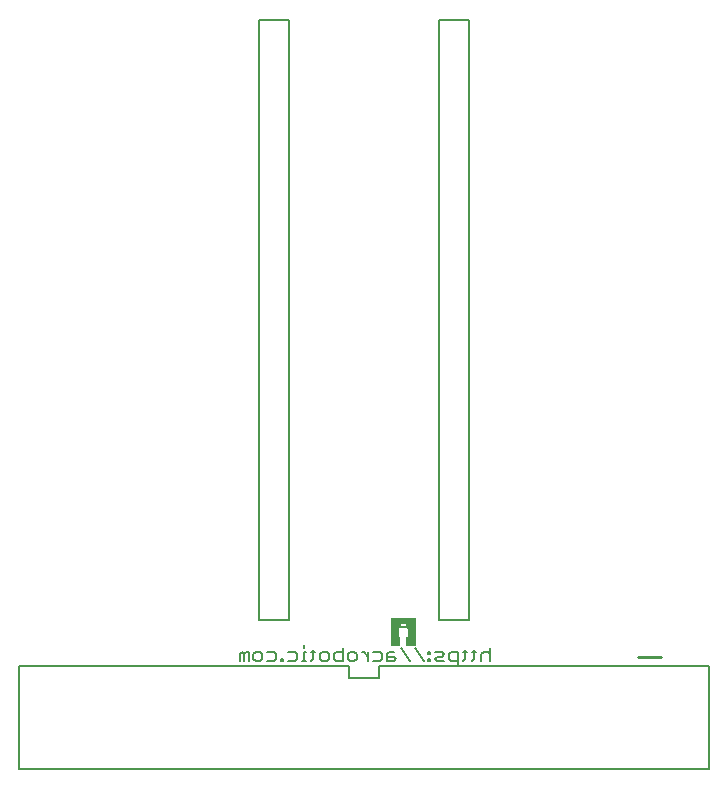
<source format=gbo>
G75*
%MOIN*%
%OFA0B0*%
%FSLAX24Y24*%
%IPPOS*%
%LPD*%
%AMOC8*
5,1,8,0,0,1.08239X$1,22.5*
%
%ADD10C,0.0050*%
%ADD11C,0.0080*%
%ADD12C,0.0100*%
%ADD13C,0.0010*%
D10*
X007518Y003775D02*
X007518Y004000D01*
X007593Y004075D01*
X007668Y004000D01*
X007668Y003775D01*
X007818Y003775D02*
X007818Y004075D01*
X007743Y004075D01*
X007668Y004000D01*
X007978Y004000D02*
X008053Y004075D01*
X008203Y004075D01*
X008279Y004000D01*
X008279Y003850D01*
X008203Y003775D01*
X008053Y003775D01*
X007978Y003850D01*
X007978Y004000D01*
X008439Y004075D02*
X008664Y004075D01*
X008739Y004000D01*
X008739Y003850D01*
X008664Y003775D01*
X008439Y003775D01*
X008894Y003775D02*
X008969Y003775D01*
X008969Y003850D01*
X008894Y003850D01*
X008894Y003775D01*
X009129Y003775D02*
X009354Y003775D01*
X009430Y003850D01*
X009430Y004000D01*
X009354Y004075D01*
X009129Y004075D01*
X009661Y004075D02*
X009661Y003775D01*
X009736Y003775D02*
X009586Y003775D01*
X009893Y003775D02*
X009968Y003850D01*
X009968Y004150D01*
X010043Y004075D02*
X009893Y004075D01*
X009736Y004075D02*
X009661Y004075D01*
X009661Y004225D02*
X009661Y004300D01*
X010204Y004000D02*
X010279Y004075D01*
X010429Y004075D01*
X010504Y004000D01*
X010504Y003850D01*
X010429Y003775D01*
X010279Y003775D01*
X010204Y003850D01*
X010204Y004000D01*
X010664Y004000D02*
X010739Y004075D01*
X010964Y004075D01*
X010964Y004225D02*
X010964Y003775D01*
X010739Y003775D01*
X010664Y003850D01*
X010664Y004000D01*
X011124Y004000D02*
X011199Y004075D01*
X011349Y004075D01*
X011425Y004000D01*
X011425Y003850D01*
X011349Y003775D01*
X011199Y003775D01*
X011124Y003850D01*
X011124Y004000D01*
X011583Y004075D02*
X011658Y004075D01*
X011808Y003925D01*
X011808Y003775D02*
X011808Y004075D01*
X011968Y004075D02*
X012194Y004075D01*
X012269Y004000D01*
X012269Y003850D01*
X012194Y003775D01*
X011968Y003775D01*
X012429Y003775D02*
X012654Y003775D01*
X012729Y003850D01*
X012654Y003925D01*
X012429Y003925D01*
X012429Y004000D02*
X012429Y003775D01*
X012429Y004000D02*
X012504Y004075D01*
X012654Y004075D01*
X012889Y004225D02*
X013189Y003775D01*
X013650Y003775D02*
X013350Y004225D01*
X013805Y004075D02*
X013805Y004000D01*
X013880Y004000D01*
X013880Y004075D01*
X013805Y004075D01*
X013805Y003850D02*
X013805Y003775D01*
X013880Y003775D01*
X013880Y003850D01*
X013805Y003850D01*
X014040Y003850D02*
X014115Y003775D01*
X014340Y003775D01*
X014265Y003925D02*
X014115Y003925D01*
X014040Y003850D01*
X014040Y004075D02*
X014265Y004075D01*
X014340Y004000D01*
X014265Y003925D01*
X014500Y003850D02*
X014576Y003775D01*
X014801Y003775D01*
X014801Y003625D02*
X014801Y004075D01*
X014576Y004075D01*
X014500Y004000D01*
X014500Y003850D01*
X014958Y003775D02*
X015033Y003850D01*
X015033Y004150D01*
X015108Y004075D02*
X014958Y004075D01*
X015264Y004075D02*
X015415Y004075D01*
X015340Y004150D02*
X015340Y003850D01*
X015264Y003775D01*
X015575Y003775D02*
X015575Y004000D01*
X015650Y004075D01*
X015800Y004075D01*
X015875Y004000D01*
X015875Y004225D02*
X015875Y003775D01*
D11*
X000150Y003600D02*
X000150Y000180D01*
X023150Y000180D01*
X023150Y003600D01*
X012150Y003600D01*
X012150Y003200D01*
X011150Y003200D01*
X011150Y003600D01*
X000150Y003600D01*
X008150Y005150D02*
X008150Y025150D01*
X009150Y025150D01*
X009150Y005150D01*
X008150Y005150D01*
X014150Y005150D02*
X014150Y025150D01*
X015150Y025150D01*
X015150Y005150D01*
X014150Y005150D01*
D12*
X020800Y003900D02*
X021550Y003900D01*
D13*
X013350Y004300D02*
X013350Y005228D01*
X012574Y005228D01*
X012574Y004298D01*
X012848Y004298D01*
X012848Y004572D01*
X012798Y004596D01*
X012798Y004880D01*
X012846Y004920D01*
X012876Y004920D01*
X012876Y005038D01*
X012898Y005060D01*
X013024Y005060D01*
X013052Y005034D01*
X013052Y004942D01*
X013074Y004942D01*
X013074Y004920D01*
X013052Y004920D01*
X012878Y004920D01*
X012878Y004936D01*
X013078Y004936D01*
X013078Y004918D01*
X013126Y004878D01*
X013126Y004596D01*
X013076Y004570D01*
X013076Y004300D01*
X013350Y004300D01*
X013350Y004307D02*
X013076Y004307D01*
X013076Y004315D02*
X013350Y004315D01*
X013350Y004324D02*
X013076Y004324D01*
X013076Y004332D02*
X013350Y004332D01*
X013350Y004341D02*
X013076Y004341D01*
X013076Y004349D02*
X013350Y004349D01*
X013350Y004358D02*
X013076Y004358D01*
X013076Y004366D02*
X013350Y004366D01*
X013350Y004375D02*
X013076Y004375D01*
X013076Y004383D02*
X013350Y004383D01*
X013350Y004392D02*
X013076Y004392D01*
X013076Y004400D02*
X013350Y004400D01*
X013350Y004409D02*
X013076Y004409D01*
X013076Y004417D02*
X013350Y004417D01*
X013350Y004426D02*
X013076Y004426D01*
X013076Y004434D02*
X013350Y004434D01*
X013350Y004443D02*
X013076Y004443D01*
X013076Y004451D02*
X013350Y004451D01*
X013350Y004460D02*
X013076Y004460D01*
X013076Y004468D02*
X013350Y004468D01*
X013350Y004477D02*
X013076Y004477D01*
X013076Y004485D02*
X013350Y004485D01*
X013350Y004494D02*
X013076Y004494D01*
X013076Y004502D02*
X013350Y004502D01*
X013350Y004511D02*
X013076Y004511D01*
X013076Y004519D02*
X013350Y004519D01*
X013350Y004528D02*
X013076Y004528D01*
X013076Y004536D02*
X013350Y004536D01*
X013350Y004545D02*
X013076Y004545D01*
X013076Y004553D02*
X013350Y004553D01*
X013350Y004562D02*
X013076Y004562D01*
X013076Y004570D02*
X013350Y004570D01*
X013350Y004579D02*
X013093Y004579D01*
X013109Y004587D02*
X013350Y004587D01*
X013350Y004596D02*
X013125Y004596D01*
X013126Y004604D02*
X013350Y004604D01*
X013350Y004613D02*
X013126Y004613D01*
X013126Y004621D02*
X013350Y004621D01*
X013350Y004630D02*
X013126Y004630D01*
X013126Y004638D02*
X013350Y004638D01*
X013350Y004647D02*
X013126Y004647D01*
X013126Y004655D02*
X013350Y004655D01*
X013350Y004664D02*
X013126Y004664D01*
X013126Y004672D02*
X013350Y004672D01*
X013350Y004681D02*
X013126Y004681D01*
X013126Y004689D02*
X013350Y004689D01*
X013350Y004698D02*
X013126Y004698D01*
X013126Y004706D02*
X013350Y004706D01*
X013350Y004715D02*
X013126Y004715D01*
X013126Y004723D02*
X013350Y004723D01*
X013350Y004732D02*
X013126Y004732D01*
X013126Y004740D02*
X013350Y004740D01*
X013350Y004749D02*
X013126Y004749D01*
X013126Y004757D02*
X013350Y004757D01*
X013350Y004766D02*
X013126Y004766D01*
X013126Y004774D02*
X013350Y004774D01*
X013350Y004783D02*
X013126Y004783D01*
X013126Y004791D02*
X013350Y004791D01*
X013350Y004800D02*
X013126Y004800D01*
X013126Y004808D02*
X013350Y004808D01*
X013350Y004817D02*
X013126Y004817D01*
X013126Y004825D02*
X013350Y004825D01*
X013350Y004834D02*
X013126Y004834D01*
X013126Y004842D02*
X013350Y004842D01*
X013350Y004851D02*
X013126Y004851D01*
X013126Y004859D02*
X013350Y004859D01*
X013350Y004868D02*
X013126Y004868D01*
X013126Y004876D02*
X013350Y004876D01*
X013350Y004885D02*
X013118Y004885D01*
X013108Y004893D02*
X013350Y004893D01*
X013350Y004902D02*
X013098Y004902D01*
X013087Y004910D02*
X013350Y004910D01*
X013350Y004919D02*
X013078Y004919D01*
X013078Y004927D02*
X013350Y004927D01*
X013350Y004936D02*
X013078Y004936D01*
X013074Y004936D02*
X012878Y004936D01*
X012876Y004936D02*
X012574Y004936D01*
X012574Y004944D02*
X012876Y004944D01*
X012876Y004953D02*
X012574Y004953D01*
X012574Y004961D02*
X012876Y004961D01*
X012876Y004970D02*
X012574Y004970D01*
X012574Y004978D02*
X012876Y004978D01*
X012876Y004987D02*
X012574Y004987D01*
X012574Y004995D02*
X012876Y004995D01*
X012876Y005004D02*
X012574Y005004D01*
X012574Y005012D02*
X012876Y005012D01*
X012876Y005021D02*
X012574Y005021D01*
X012574Y005029D02*
X012876Y005029D01*
X012876Y005038D02*
X012574Y005038D01*
X012574Y005046D02*
X012884Y005046D01*
X012893Y005055D02*
X012574Y005055D01*
X012574Y005063D02*
X013350Y005063D01*
X013350Y005055D02*
X013030Y005055D01*
X013039Y005046D02*
X013350Y005046D01*
X013350Y005038D02*
X013048Y005038D01*
X013052Y005029D02*
X013350Y005029D01*
X013350Y005021D02*
X013052Y005021D01*
X013052Y005012D02*
X013350Y005012D01*
X013350Y005004D02*
X013052Y005004D01*
X013052Y004995D02*
X013350Y004995D01*
X013350Y004987D02*
X013052Y004987D01*
X013052Y004978D02*
X013350Y004978D01*
X013350Y004970D02*
X013052Y004970D01*
X013052Y004961D02*
X013350Y004961D01*
X013350Y004953D02*
X013052Y004953D01*
X013052Y004944D02*
X013350Y004944D01*
X013350Y005072D02*
X012574Y005072D01*
X012574Y005080D02*
X013350Y005080D01*
X013350Y005089D02*
X012574Y005089D01*
X012574Y005097D02*
X013350Y005097D01*
X013350Y005106D02*
X012574Y005106D01*
X012574Y005114D02*
X013350Y005114D01*
X013350Y005123D02*
X012574Y005123D01*
X012574Y005131D02*
X013350Y005131D01*
X013350Y005140D02*
X012574Y005140D01*
X012574Y005148D02*
X013350Y005148D01*
X013350Y005157D02*
X012574Y005157D01*
X012574Y005165D02*
X013350Y005165D01*
X013350Y005174D02*
X012574Y005174D01*
X012574Y005182D02*
X013350Y005182D01*
X013350Y005191D02*
X012574Y005191D01*
X012574Y005199D02*
X013350Y005199D01*
X013350Y005208D02*
X012574Y005208D01*
X012574Y005216D02*
X013350Y005216D01*
X013350Y005225D02*
X012574Y005225D01*
X012574Y004927D02*
X012876Y004927D01*
X012878Y004927D02*
X013074Y004927D01*
X012844Y004919D02*
X012574Y004919D01*
X012574Y004910D02*
X012834Y004910D01*
X012824Y004902D02*
X012574Y004902D01*
X012574Y004893D02*
X012814Y004893D01*
X012804Y004885D02*
X012574Y004885D01*
X012574Y004876D02*
X012798Y004876D01*
X012798Y004868D02*
X012574Y004868D01*
X012574Y004859D02*
X012798Y004859D01*
X012798Y004851D02*
X012574Y004851D01*
X012574Y004842D02*
X012798Y004842D01*
X012798Y004834D02*
X012574Y004834D01*
X012574Y004825D02*
X012798Y004825D01*
X012798Y004817D02*
X012574Y004817D01*
X012574Y004808D02*
X012798Y004808D01*
X012798Y004800D02*
X012574Y004800D01*
X012574Y004791D02*
X012798Y004791D01*
X012798Y004783D02*
X012574Y004783D01*
X012574Y004774D02*
X012798Y004774D01*
X012798Y004766D02*
X012574Y004766D01*
X012574Y004757D02*
X012798Y004757D01*
X012798Y004749D02*
X012574Y004749D01*
X012574Y004740D02*
X012798Y004740D01*
X012798Y004732D02*
X012574Y004732D01*
X012574Y004723D02*
X012798Y004723D01*
X012798Y004715D02*
X012574Y004715D01*
X012574Y004706D02*
X012798Y004706D01*
X012798Y004698D02*
X012574Y004698D01*
X012574Y004689D02*
X012798Y004689D01*
X012798Y004681D02*
X012574Y004681D01*
X012574Y004672D02*
X012798Y004672D01*
X012798Y004664D02*
X012574Y004664D01*
X012574Y004655D02*
X012798Y004655D01*
X012798Y004647D02*
X012574Y004647D01*
X012574Y004638D02*
X012798Y004638D01*
X012798Y004630D02*
X012574Y004630D01*
X012574Y004621D02*
X012798Y004621D01*
X012798Y004613D02*
X012574Y004613D01*
X012574Y004604D02*
X012798Y004604D01*
X012799Y004596D02*
X012574Y004596D01*
X012574Y004587D02*
X012816Y004587D01*
X012834Y004579D02*
X012574Y004579D01*
X012574Y004570D02*
X012848Y004570D01*
X012848Y004562D02*
X012574Y004562D01*
X012574Y004553D02*
X012848Y004553D01*
X012848Y004545D02*
X012574Y004545D01*
X012574Y004536D02*
X012848Y004536D01*
X012848Y004528D02*
X012574Y004528D01*
X012574Y004519D02*
X012848Y004519D01*
X012848Y004511D02*
X012574Y004511D01*
X012574Y004502D02*
X012848Y004502D01*
X012848Y004494D02*
X012574Y004494D01*
X012574Y004485D02*
X012848Y004485D01*
X012848Y004477D02*
X012574Y004477D01*
X012574Y004468D02*
X012848Y004468D01*
X012848Y004460D02*
X012574Y004460D01*
X012574Y004451D02*
X012848Y004451D01*
X012848Y004443D02*
X012574Y004443D01*
X012574Y004434D02*
X012848Y004434D01*
X012848Y004426D02*
X012574Y004426D01*
X012574Y004417D02*
X012848Y004417D01*
X012848Y004409D02*
X012574Y004409D01*
X012574Y004400D02*
X012848Y004400D01*
X012848Y004392D02*
X012574Y004392D01*
X012574Y004383D02*
X012848Y004383D01*
X012848Y004375D02*
X012574Y004375D01*
X012574Y004366D02*
X012848Y004366D01*
X012848Y004358D02*
X012574Y004358D01*
X012574Y004349D02*
X012848Y004349D01*
X012848Y004341D02*
X012574Y004341D01*
X012574Y004332D02*
X012848Y004332D01*
X012848Y004324D02*
X012574Y004324D01*
X012574Y004315D02*
X012848Y004315D01*
X012848Y004307D02*
X012574Y004307D01*
X012574Y004298D02*
X012848Y004298D01*
M02*

</source>
